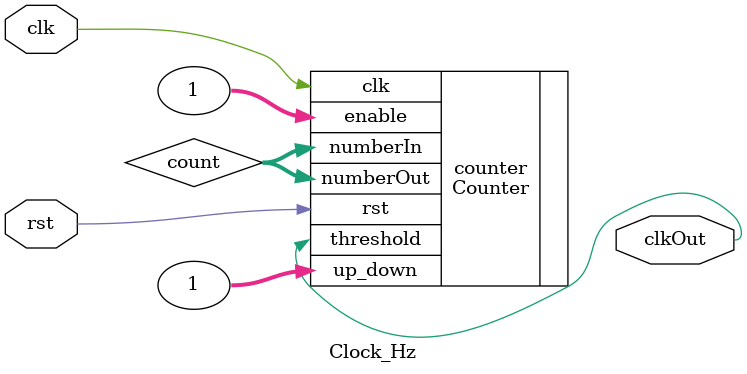
<source format=v>
module Clock_Hz #(
      parameter BOARD_CLOCK_FREQUENCY_IN_HZ = 100_000_000,
      parameter OUTPUT_CLOCK_FREQUENCY_IN_HZ = 1
    )
    (
      input wire clk,  // clock
      input wire rst,
      output wire clkOut
    );
  
  
  
  // localparams cannot be defined/depend on other local params. division is still ok.
  
//  localparam OUTPUT_CLOCK_FREQUENCY_IN_HZ = 1/OUTPUT_CLOCK_PERIOD_IN_SECONDS;
//   localparam MAX_COUNT = BOARD_CLOCK_FREQUENCY_IN_HZ / OUTPUT_CLOCK_FREQUENCY_IN_HZ;

  localparam MAX_COUNT = BOARD_CLOCK_FREQUENCY_IN_HZ / OUTPUT_CLOCK_FREQUENCY_IN_HZ;
  
  
  // 10111 11010 11110 00010 00000 00 //27 bit
  wire [63:0] count;
  
  Counter #(.BASE(MAX_COUNT), .NUMBER_OF_BITS(64)) counter( .clk(clk),
                                                            .rst(rst),
                                                            .enable(1),
                                                            .up_down(1),
                                                            .numberIn(count),
                                                            .numberOut(count),
                                                            .threshold(clkOut)
                                                          );
  
endmodule

</source>
